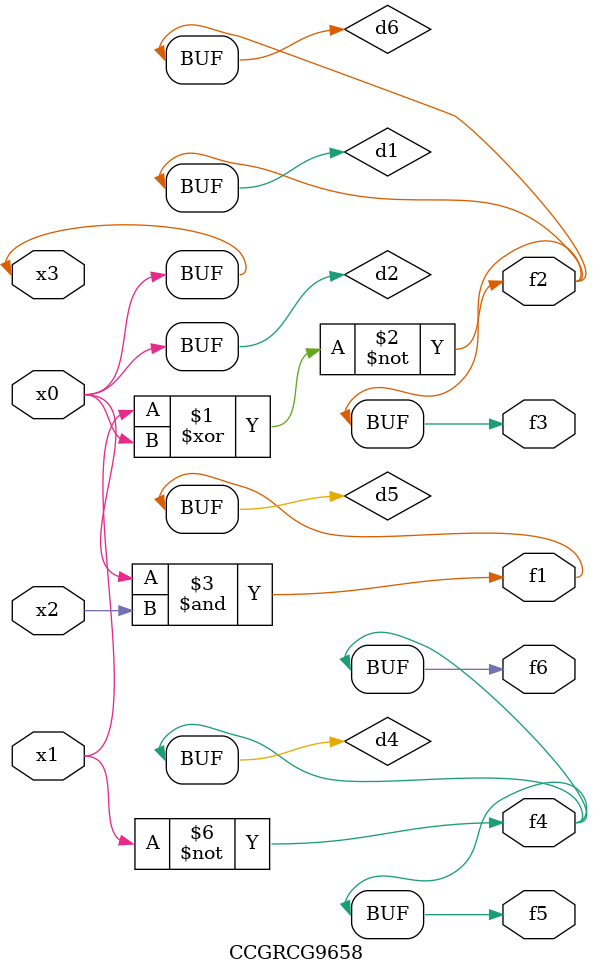
<source format=v>
module CCGRCG9658(
	input x0, x1, x2, x3,
	output f1, f2, f3, f4, f5, f6
);

	wire d1, d2, d3, d4, d5, d6;

	xnor (d1, x1, x3);
	buf (d2, x0, x3);
	nand (d3, x0, x2);
	not (d4, x1);
	nand (d5, d3);
	or (d6, d1);
	assign f1 = d5;
	assign f2 = d6;
	assign f3 = d6;
	assign f4 = d4;
	assign f5 = d4;
	assign f6 = d4;
endmodule

</source>
